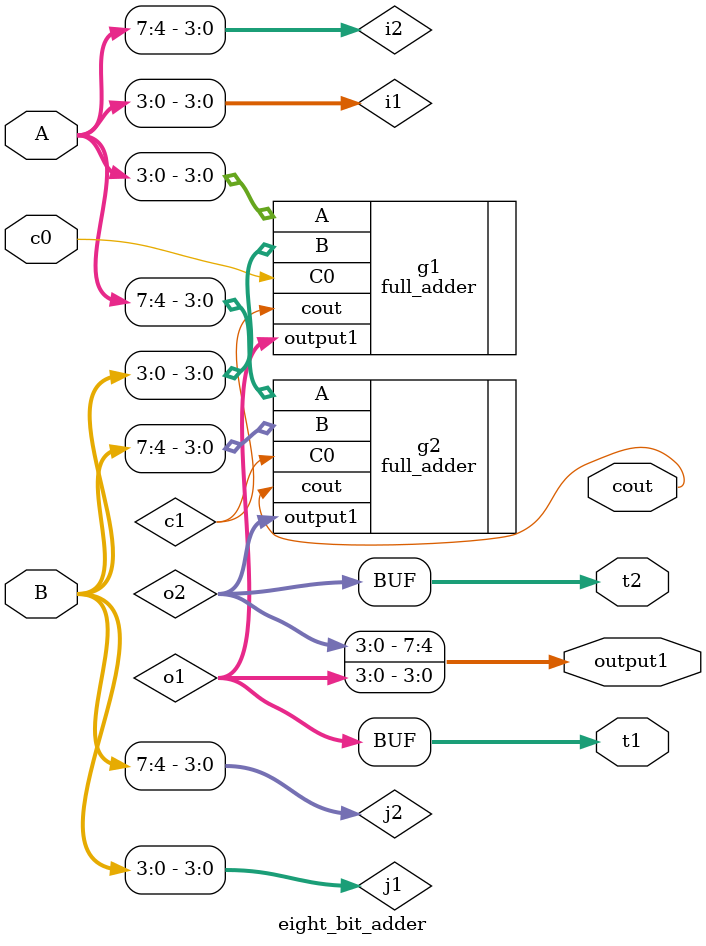
<source format=v>
`timescale 1ns / 1ps


module eight_bit_adder(
    
    input [7:0] A,
    input [7:0] B,
    input c0,
    output [7:0] output1,
    output cout,
    output [3:0] t1,
    output [3:0] t2
    );
    
    wire [3:0] i1, i2, j1, j2, o1, o2; //i is for 4 bit blocks of A, j is for 4 bit blocks of B o is 4 bit blocks of output
    wire c1; //the carryout of block 1 and 2
    
    
    assign i1 = A[3:0];
    assign j1 = B[3:0];
    assign i2 = A[7:4];
    assign j2 = B[7:4];
    
    full_adder g1(.A(i1), .B(j1), .C0(c0), .output1(o1), .cout(c1));
    full_adder g2(.A(i2), .B(j2), .C0(c1), .output1(o2), .cout(cout));
    
    assign output1[3:0] = o1[3:0];
    assign output1[7:4] = o2[3:0];

    assign t1 = o1;
    assign t2 = o2;
   
    
    
endmodule

</source>
